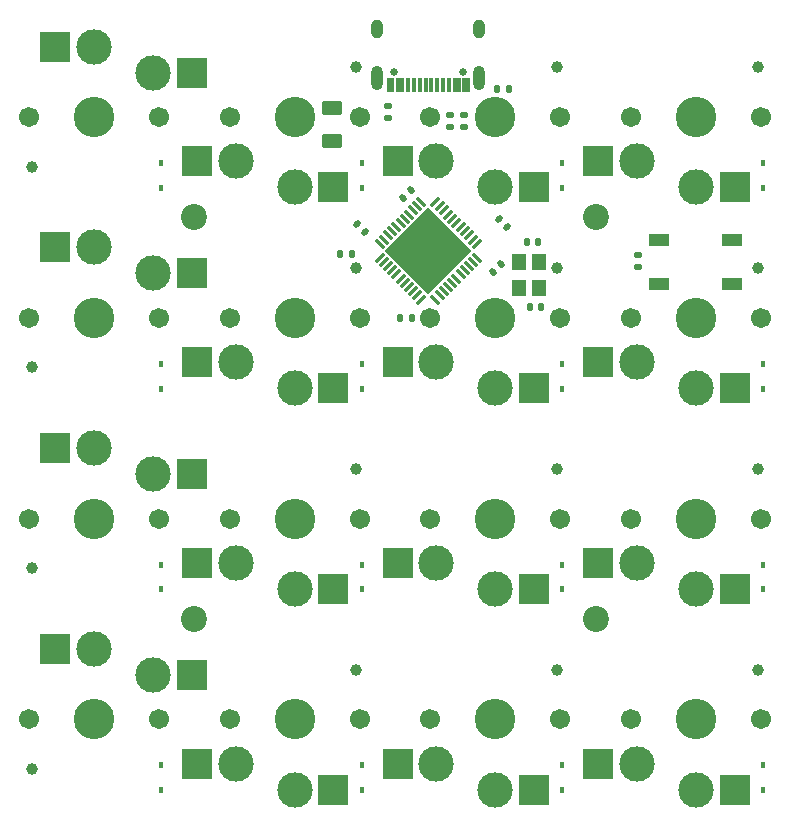
<source format=gbr>
%TF.GenerationSoftware,KiCad,Pcbnew,(6.0.4-0)*%
%TF.CreationDate,2023-01-14T23:55:12-06:00*%
%TF.ProjectId,kowgary16_cfx,6b6f7767-6172-4793-9136-5f6366782e6b,rev?*%
%TF.SameCoordinates,Original*%
%TF.FileFunction,Soldermask,Bot*%
%TF.FilePolarity,Negative*%
%FSLAX46Y46*%
G04 Gerber Fmt 4.6, Leading zero omitted, Abs format (unit mm)*
G04 Created by KiCad (PCBNEW (6.0.4-0)) date 2023-01-14 23:55:12*
%MOMM*%
%LPD*%
G01*
G04 APERTURE LIST*
G04 Aperture macros list*
%AMRoundRect*
0 Rectangle with rounded corners*
0 $1 Rounding radius*
0 $2 $3 $4 $5 $6 $7 $8 $9 X,Y pos of 4 corners*
0 Add a 4 corners polygon primitive as box body*
4,1,4,$2,$3,$4,$5,$6,$7,$8,$9,$2,$3,0*
0 Add four circle primitives for the rounded corners*
1,1,$1+$1,$2,$3*
1,1,$1+$1,$4,$5*
1,1,$1+$1,$6,$7*
1,1,$1+$1,$8,$9*
0 Add four rect primitives between the rounded corners*
20,1,$1+$1,$2,$3,$4,$5,0*
20,1,$1+$1,$4,$5,$6,$7,0*
20,1,$1+$1,$6,$7,$8,$9,0*
20,1,$1+$1,$8,$9,$2,$3,0*%
%AMRotRect*
0 Rectangle, with rotation*
0 The origin of the aperture is its center*
0 $1 length*
0 $2 width*
0 $3 Rotation angle, in degrees counterclockwise*
0 Add horizontal line*
21,1,$1,$2,0,0,$3*%
G04 Aperture macros list end*
%ADD10C,2.200000*%
%ADD11C,3.000000*%
%ADD12C,3.429000*%
%ADD13C,1.701800*%
%ADD14C,0.990600*%
%ADD15R,2.600000X2.600000*%
%ADD16R,0.450000X0.600000*%
%ADD17RoundRect,0.140000X0.219203X0.021213X0.021213X0.219203X-0.219203X-0.021213X-0.021213X-0.219203X0*%
%ADD18RoundRect,0.135000X-0.185000X0.135000X-0.185000X-0.135000X0.185000X-0.135000X0.185000X0.135000X0*%
%ADD19RoundRect,0.140000X0.021213X-0.219203X0.219203X-0.021213X-0.021213X0.219203X-0.219203X0.021213X0*%
%ADD20RoundRect,0.062500X0.291682X0.380070X-0.380070X-0.291682X-0.291682X-0.380070X0.380070X0.291682X0*%
%ADD21RoundRect,0.062500X-0.291682X0.380070X-0.380070X0.291682X0.291682X-0.380070X0.380070X-0.291682X0*%
%ADD22RotRect,5.200000X5.200000X225.000000*%
%ADD23RoundRect,0.140000X-0.140000X-0.170000X0.140000X-0.170000X0.140000X0.170000X-0.140000X0.170000X0*%
%ADD24R,1.200000X1.400000*%
%ADD25RoundRect,0.140000X-0.021213X0.219203X-0.219203X0.021213X0.021213X-0.219203X0.219203X-0.021213X0*%
%ADD26RoundRect,0.135000X0.135000X0.185000X-0.135000X0.185000X-0.135000X-0.185000X0.135000X-0.185000X0*%
%ADD27R,1.800000X1.100000*%
%ADD28RoundRect,0.135000X-0.135000X-0.185000X0.135000X-0.185000X0.135000X0.185000X-0.135000X0.185000X0*%
%ADD29RoundRect,0.140000X0.140000X0.170000X-0.140000X0.170000X-0.140000X-0.170000X0.140000X-0.170000X0*%
%ADD30C,0.650000*%
%ADD31R,0.300000X1.150000*%
%ADD32O,1.000000X2.100000*%
%ADD33O,1.000000X1.600000*%
%ADD34RoundRect,0.250000X-0.625000X0.375000X-0.625000X-0.375000X0.625000X-0.375000X0.625000X0.375000X0*%
%ADD35RoundRect,0.140000X-0.219203X-0.021213X-0.021213X-0.219203X0.219203X0.021213X0.021213X0.219203X0*%
G04 APERTURE END LIST*
D10*
%TO.C,H4*%
X125374941Y-65874969D03*
%TD*%
%TO.C,H2*%
X91374957Y-31874985D03*
%TD*%
D11*
%TO.C,SW23*%
X116874945Y-63324973D03*
D12*
X116874945Y-57374973D03*
D13*
X111374945Y-57374973D03*
D11*
X111874945Y-61124973D03*
D13*
X122374945Y-57374973D03*
D14*
X122094945Y-53174973D03*
D15*
X120149945Y-63324973D03*
X108599945Y-61124973D03*
%TD*%
D12*
%TO.C,SW13*%
X116874945Y-40374981D03*
D13*
X111374945Y-40374981D03*
D14*
X122094945Y-36174981D03*
D11*
X111874945Y-44124981D03*
D13*
X122374945Y-40374981D03*
D11*
X116874945Y-46324981D03*
D15*
X120149945Y-46324981D03*
X108599945Y-44124981D03*
%TD*%
D11*
%TO.C,SW4*%
X128874937Y-27124989D03*
X133874937Y-29324989D03*
D12*
X133874937Y-23374989D03*
D14*
X139094937Y-19174989D03*
D13*
X128374937Y-23374989D03*
X139374937Y-23374989D03*
D15*
X137149937Y-29324989D03*
X125599937Y-27124989D03*
%TD*%
D12*
%TO.C,SW1*%
X82874961Y-23374989D03*
D11*
X82874961Y-17424989D03*
X87874961Y-19624989D03*
D13*
X77374961Y-23374989D03*
X88374961Y-23374989D03*
D14*
X77654961Y-27574989D03*
D15*
X79599961Y-17424989D03*
X91149961Y-19624989D03*
%TD*%
D13*
%TO.C,SW34*%
X139374937Y-74374965D03*
D14*
X139094937Y-70174965D03*
D12*
X133874937Y-74374965D03*
D13*
X128374937Y-74374965D03*
D11*
X133874937Y-80324965D03*
X128874937Y-78124965D03*
D15*
X137149937Y-80324965D03*
X125599937Y-78124965D03*
%TD*%
D14*
%TO.C,SW33*%
X122094945Y-70174965D03*
D11*
X111874945Y-78124965D03*
D13*
X122374945Y-74374965D03*
D12*
X116874945Y-74374965D03*
D11*
X116874945Y-80324965D03*
D13*
X111374945Y-74374965D03*
D15*
X120149945Y-80324965D03*
X108599945Y-78124965D03*
%TD*%
D13*
%TO.C,SW24*%
X139374937Y-57374973D03*
D14*
X139094937Y-53174973D03*
D11*
X128874937Y-61124973D03*
D12*
X133874937Y-57374973D03*
D11*
X133874937Y-63324973D03*
D13*
X128374937Y-57374973D03*
D15*
X137149937Y-63324973D03*
X125599937Y-61124973D03*
%TD*%
D11*
%TO.C,SW32*%
X99874953Y-80324965D03*
X94874953Y-78124965D03*
D13*
X105374953Y-74374965D03*
D12*
X99874953Y-74374965D03*
D14*
X105094953Y-70174965D03*
D13*
X94374953Y-74374965D03*
D15*
X103149953Y-80324965D03*
X91599953Y-78124965D03*
%TD*%
D13*
%TO.C,SW31*%
X88374961Y-74374965D03*
D11*
X87874961Y-70624965D03*
D12*
X82874961Y-74374965D03*
D13*
X77374961Y-74374965D03*
D14*
X77654961Y-78574965D03*
D11*
X82874961Y-68424965D03*
D15*
X79599961Y-68424965D03*
X91149961Y-70624965D03*
%TD*%
D11*
%TO.C,SW3*%
X116874945Y-29324989D03*
D13*
X111374945Y-23374989D03*
D11*
X111874945Y-27124989D03*
D13*
X122374945Y-23374989D03*
D14*
X122094945Y-19174989D03*
D12*
X116874945Y-23374989D03*
D15*
X120149945Y-29324989D03*
X108599945Y-27124989D03*
%TD*%
D14*
%TO.C,SW14*%
X139094937Y-36174981D03*
D13*
X128374937Y-40374981D03*
X139374937Y-40374981D03*
D11*
X128874937Y-44124981D03*
D12*
X133874937Y-40374981D03*
D11*
X133874937Y-46324981D03*
D15*
X137149937Y-46324981D03*
X125599937Y-44124981D03*
%TD*%
D11*
%TO.C,SW21*%
X87874961Y-53624973D03*
X82874961Y-51424973D03*
D13*
X77374961Y-57374973D03*
X88374961Y-57374973D03*
D12*
X82874961Y-57374973D03*
D14*
X77654961Y-61574973D03*
D15*
X79599961Y-51424973D03*
X91149961Y-53624973D03*
%TD*%
D11*
%TO.C,SW2*%
X94874953Y-27124989D03*
D12*
X99874953Y-23374989D03*
D14*
X105094953Y-19174989D03*
D11*
X99874953Y-29324989D03*
D13*
X94374953Y-23374989D03*
X105374953Y-23374989D03*
D15*
X103149953Y-29324989D03*
X91599953Y-27124989D03*
%TD*%
D11*
%TO.C,SW12*%
X94874953Y-44124981D03*
D14*
X105094953Y-36174981D03*
D11*
X99874953Y-46324981D03*
D12*
X99874953Y-40374981D03*
D13*
X105374953Y-40374981D03*
X94374953Y-40374981D03*
D15*
X103149953Y-46324981D03*
X91599953Y-44124981D03*
%TD*%
D13*
%TO.C,SW22*%
X94374953Y-57374973D03*
D11*
X99874953Y-63324973D03*
D14*
X105094953Y-53174973D03*
D13*
X105374953Y-57374973D03*
D12*
X99874953Y-57374973D03*
D11*
X94874953Y-61124973D03*
D15*
X103149953Y-63324973D03*
X91599953Y-61124973D03*
%TD*%
D10*
%TO.C,H3*%
X91374957Y-65874969D03*
%TD*%
D13*
%TO.C,SW11*%
X88374961Y-40374981D03*
X77374961Y-40374981D03*
D11*
X87874961Y-36624981D03*
D14*
X77654961Y-44574981D03*
D11*
X82874961Y-34424981D03*
D12*
X82874961Y-40374981D03*
D15*
X79599961Y-34424981D03*
X91149961Y-36624981D03*
%TD*%
D10*
%TO.C,H1*%
X125374941Y-31874985D03*
%TD*%
D16*
%TO.C,D31*%
X88541625Y-78283296D03*
X88541625Y-80383296D03*
%TD*%
%TO.C,D34*%
X139541601Y-78283296D03*
X139541601Y-80383296D03*
%TD*%
D17*
%TO.C,C5*%
X105839411Y-33089411D03*
X105160589Y-32410589D03*
%TD*%
D18*
%TO.C,R4*%
X114250000Y-23240000D03*
X114250000Y-24260000D03*
%TD*%
D16*
%TO.C,D11*%
X88541625Y-44283312D03*
X88541625Y-46383312D03*
%TD*%
%TO.C,D22*%
X105541617Y-61283304D03*
X105541617Y-63383304D03*
%TD*%
%TO.C,D24*%
X139541601Y-61283304D03*
X139541601Y-63383304D03*
%TD*%
D19*
%TO.C,C4*%
X116660589Y-36539411D03*
X117339411Y-35860589D03*
%TD*%
D20*
%TO.C,U1*%
X111800483Y-30580581D03*
X112154036Y-30934135D03*
X112507590Y-31287688D03*
X112861143Y-31641241D03*
X113214696Y-31994795D03*
X113568250Y-32348348D03*
X113921803Y-32701902D03*
X114275357Y-33055455D03*
X114628910Y-33409008D03*
X114982463Y-33762562D03*
X115336017Y-34116115D03*
D21*
X115336017Y-35300519D03*
X114982463Y-35654072D03*
X114628910Y-36007626D03*
X114275357Y-36361179D03*
X113921803Y-36714732D03*
X113568250Y-37068286D03*
X113214696Y-37421839D03*
X112861143Y-37775393D03*
X112507590Y-38128946D03*
X112154036Y-38482499D03*
X111800483Y-38836053D03*
D20*
X110616079Y-38836053D03*
X110262526Y-38482499D03*
X109908972Y-38128946D03*
X109555419Y-37775393D03*
X109201866Y-37421839D03*
X108848312Y-37068286D03*
X108494759Y-36714732D03*
X108141205Y-36361179D03*
X107787652Y-36007626D03*
X107434099Y-35654072D03*
X107080545Y-35300519D03*
D21*
X107080545Y-34116115D03*
X107434099Y-33762562D03*
X107787652Y-33409008D03*
X108141205Y-33055455D03*
X108494759Y-32701902D03*
X108848312Y-32348348D03*
X109201866Y-31994795D03*
X109555419Y-31641241D03*
X109908972Y-31287688D03*
X110262526Y-30934135D03*
X110616079Y-30580581D03*
D22*
X111208281Y-34708317D03*
%TD*%
D16*
%TO.C,D4*%
X139541601Y-27283320D03*
X139541601Y-29383320D03*
%TD*%
%TO.C,D33*%
X122541609Y-78283296D03*
X122541609Y-80383296D03*
%TD*%
%TO.C,D21*%
X88541625Y-61283304D03*
X88541625Y-63383304D03*
%TD*%
D23*
%TO.C,C2*%
X119520000Y-34000000D03*
X120480000Y-34000000D03*
%TD*%
D24*
%TO.C,Y1*%
X118900000Y-37850000D03*
X118900000Y-35650000D03*
X120600000Y-35650000D03*
X120600000Y-37850000D03*
%TD*%
D16*
%TO.C,D32*%
X105541617Y-78283296D03*
X105541617Y-80383296D03*
%TD*%
D18*
%TO.C,R5*%
X113000000Y-23240000D03*
X113000000Y-24260000D03*
%TD*%
D16*
%TO.C,D14*%
X139541601Y-44283312D03*
X139541601Y-46383312D03*
%TD*%
D25*
%TO.C,C7*%
X109689411Y-29535589D03*
X109010589Y-30214411D03*
%TD*%
D26*
%TO.C,R6*%
X104760000Y-35000000D03*
X103740000Y-35000000D03*
%TD*%
D16*
%TO.C,D13*%
X122541609Y-44283312D03*
X122541609Y-46383312D03*
%TD*%
D27*
%TO.C,B1*%
X136940000Y-33820000D03*
X130740000Y-33820000D03*
X136940000Y-37520000D03*
X130740000Y-37520000D03*
%TD*%
D16*
%TO.C,D1*%
X88541625Y-27283320D03*
X88541625Y-29383320D03*
%TD*%
%TO.C,D3*%
X122541609Y-27283320D03*
X122541609Y-29383320D03*
%TD*%
D23*
%TO.C,C6*%
X108831615Y-40374981D03*
X109791615Y-40374981D03*
%TD*%
D28*
%TO.C,R3*%
X116990000Y-21000000D03*
X118010000Y-21000000D03*
%TD*%
D16*
%TO.C,D23*%
X122541609Y-61283304D03*
X122541609Y-63383304D03*
%TD*%
D29*
%TO.C,C1*%
X120730000Y-39500000D03*
X119770000Y-39500000D03*
%TD*%
D30*
%TO.C,J1*%
X108318281Y-19604992D03*
X114098281Y-19604992D03*
D31*
X107858281Y-20669992D03*
X108658281Y-20669992D03*
X109958281Y-20669992D03*
X110958281Y-20669992D03*
X111458281Y-20669992D03*
X112458281Y-20669992D03*
X113758281Y-20669992D03*
X114558281Y-20669992D03*
X114258281Y-20669992D03*
X113458281Y-20669992D03*
X112958281Y-20669992D03*
X111958281Y-20669992D03*
X110458281Y-20669992D03*
X109458281Y-20669992D03*
X108958281Y-20669992D03*
X108158281Y-20669992D03*
D32*
X106888281Y-20104992D03*
D33*
X106888281Y-15924992D03*
X115528281Y-15924992D03*
D32*
X115528281Y-20104992D03*
%TD*%
D16*
%TO.C,D12*%
X105541617Y-44283312D03*
X105541617Y-46383312D03*
%TD*%
D34*
%TO.C,F1*%
X103000000Y-22600000D03*
X103000000Y-25400000D03*
%TD*%
D35*
%TO.C,C3*%
X117140589Y-31980589D03*
X117819411Y-32659411D03*
%TD*%
D18*
%TO.C,R2*%
X107750000Y-22480000D03*
X107750000Y-23500000D03*
%TD*%
%TO.C,R1*%
X128950000Y-35100000D03*
X128950000Y-36120000D03*
%TD*%
D16*
%TO.C,D2*%
X105541617Y-27283320D03*
X105541617Y-29383320D03*
%TD*%
M02*

</source>
